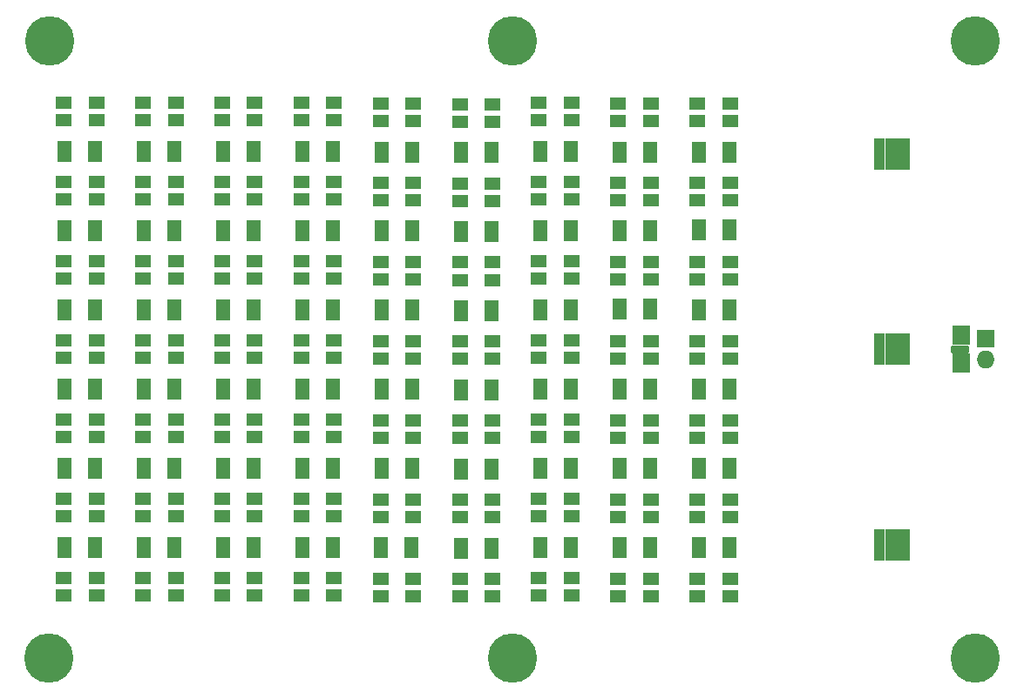
<source format=gbr>
G04 #@! TF.FileFunction,Soldermask,Top*
%FSLAX46Y46*%
G04 Gerber Fmt 4.6, Leading zero omitted, Abs format (unit mm)*
G04 Created by KiCad (PCBNEW 4.0.7) date Sun Apr  1 16:38:54 2018*
%MOMM*%
%LPD*%
G01*
G04 APERTURE LIST*
%ADD10C,0.100000*%
%ADD11R,1.400000X2.000000*%
%ADD12C,4.800000*%
%ADD13R,1.100000X3.100000*%
%ADD14R,1.400000X3.100000*%
%ADD15R,1.600000X1.250000*%
%ADD16R,1.750000X1.750000*%
%ADD17O,1.750000X1.750000*%
%ADD18R,1.700000X1.900000*%
%ADD19C,0.254000*%
G04 APERTURE END LIST*
D10*
D11*
X99491858Y-64508092D03*
X102491858Y-64508092D03*
X94791858Y-64458092D03*
X91791858Y-64458092D03*
X84091858Y-41358092D03*
X87091858Y-41358092D03*
X99491858Y-72208092D03*
X102491858Y-72208092D03*
X84091858Y-64458092D03*
X87091858Y-64458092D03*
X84091858Y-56758092D03*
X87091858Y-56758092D03*
X79391858Y-72158092D03*
X76391858Y-72158092D03*
X79391858Y-56758092D03*
X76391858Y-56758092D03*
X79391858Y-64458092D03*
X76391858Y-64458092D03*
X84091858Y-49058092D03*
X87091858Y-49058092D03*
X110191858Y-64558092D03*
X107191858Y-64558092D03*
X68691858Y-41358092D03*
X71691858Y-41358092D03*
X110191858Y-56858092D03*
X107191858Y-56858092D03*
X79391858Y-79858092D03*
X76391858Y-79858092D03*
X84091858Y-72158092D03*
X87091858Y-72158092D03*
X94791858Y-49058092D03*
X91791858Y-49058092D03*
X99491858Y-41408092D03*
X102491858Y-41408092D03*
X68691858Y-72158092D03*
X71691858Y-72158092D03*
X79391858Y-49058092D03*
X76391858Y-49058092D03*
X68691858Y-56758092D03*
X71691858Y-56758092D03*
X110191858Y-72258092D03*
X107191858Y-72258092D03*
X68691858Y-64458092D03*
X71691858Y-64458092D03*
X125591858Y-56708092D03*
X122591858Y-56708092D03*
X94791858Y-72158092D03*
X91791858Y-72158092D03*
X114891858Y-41358092D03*
X117891858Y-41358092D03*
X94791858Y-56758092D03*
X91791858Y-56758092D03*
X99491858Y-49108092D03*
X102491858Y-49108092D03*
X114891858Y-49058092D03*
X117891858Y-49058092D03*
X99491858Y-56808092D03*
X102491858Y-56808092D03*
X68691858Y-49058092D03*
X71691858Y-49058092D03*
X114891858Y-56758092D03*
X117891858Y-56758092D03*
X125591858Y-64508092D03*
X122591858Y-64508092D03*
X110191858Y-79958092D03*
X107191858Y-79958092D03*
X125591858Y-49108092D03*
X122591858Y-49108092D03*
X94791858Y-79858092D03*
X91791858Y-79858092D03*
X114891858Y-64458092D03*
X117891858Y-64458092D03*
X114891858Y-72158092D03*
X117891858Y-72158092D03*
X125591858Y-72208092D03*
X122591858Y-72208092D03*
X110191858Y-49158092D03*
X107191858Y-49158092D03*
X125591858Y-79908092D03*
X122591858Y-79908092D03*
X130291858Y-41408092D03*
X133291858Y-41408092D03*
X130291858Y-49008092D03*
X133291858Y-49008092D03*
X130291858Y-56808092D03*
X133291858Y-56808092D03*
X130291858Y-64508092D03*
X133291858Y-64508092D03*
X130291858Y-72208092D03*
X133291858Y-72208092D03*
X79391858Y-41358092D03*
X76391858Y-41358092D03*
X94791858Y-41358092D03*
X91791858Y-41358092D03*
X110191858Y-41458092D03*
X107191858Y-41458092D03*
X125591858Y-41408092D03*
X122591858Y-41408092D03*
X130291858Y-79908092D03*
X133291858Y-79908092D03*
X114891858Y-79858092D03*
X117891858Y-79858092D03*
X99391858Y-79908092D03*
X102391858Y-79908092D03*
X84091858Y-79858092D03*
X87091858Y-79858092D03*
X68691858Y-79858092D03*
X71691858Y-79858092D03*
D12*
X112200000Y-90600000D03*
X67225000Y-30625000D03*
X157175000Y-30600000D03*
X157200000Y-90600000D03*
X112200000Y-30600000D03*
X67200000Y-90600000D03*
D13*
X150300000Y-79600000D03*
D14*
X149100000Y-79600000D03*
D13*
X147900000Y-79600000D03*
X150300000Y-60600000D03*
D14*
X149100000Y-60600000D03*
D13*
X147900000Y-60600000D03*
X150300000Y-41600000D03*
D14*
X149100000Y-41600000D03*
D13*
X147900000Y-41600000D03*
D15*
X125691858Y-44408092D03*
X125691858Y-46108092D03*
X122491858Y-46108092D03*
X122491858Y-44408092D03*
X125691858Y-52108092D03*
X125691858Y-53808092D03*
X122491858Y-53808092D03*
X122491858Y-52108092D03*
X125691858Y-59808092D03*
X125691858Y-61508092D03*
X122491858Y-61508092D03*
X122491858Y-59808092D03*
X125691858Y-67508092D03*
X125691858Y-69208092D03*
X122491858Y-69208092D03*
X122491858Y-67508092D03*
X125691858Y-75208092D03*
X125691858Y-76908092D03*
X122491858Y-76908092D03*
X122491858Y-75208092D03*
X125691858Y-82908092D03*
X125691858Y-84608092D03*
X122491858Y-84608092D03*
X122491858Y-82908092D03*
X114791858Y-76858092D03*
X114791858Y-75158092D03*
X117991858Y-75158092D03*
X117991858Y-76858092D03*
X114791858Y-69158092D03*
X114791858Y-67458092D03*
X117991858Y-67458092D03*
X117991858Y-69158092D03*
X114791858Y-61458092D03*
X114791858Y-59758092D03*
X117991858Y-59758092D03*
X117991858Y-61458092D03*
X114791858Y-53758092D03*
X114791858Y-52058092D03*
X117991858Y-52058092D03*
X117991858Y-53758092D03*
X114791858Y-46058092D03*
X114791858Y-44358092D03*
X117991858Y-44358092D03*
X117991858Y-46058092D03*
X114791858Y-38358092D03*
X114791858Y-36658092D03*
X117991858Y-36658092D03*
X117991858Y-38358092D03*
X110291858Y-44458092D03*
X110291858Y-46158092D03*
X107091858Y-46158092D03*
X107091858Y-44458092D03*
X110291858Y-52158092D03*
X110291858Y-53858092D03*
X107091858Y-53858092D03*
X107091858Y-52158092D03*
X110291858Y-59858092D03*
X110291858Y-61558092D03*
X107091858Y-61558092D03*
X107091858Y-59858092D03*
X110291858Y-67558092D03*
X110291858Y-69258092D03*
X107091858Y-69258092D03*
X107091858Y-67558092D03*
X110291858Y-75258092D03*
X110291858Y-76958092D03*
X107091858Y-76958092D03*
X107091858Y-75258092D03*
X110291858Y-82958092D03*
X110291858Y-84658092D03*
X107091858Y-84658092D03*
X107091858Y-82958092D03*
X99391858Y-76908092D03*
X99391858Y-75208092D03*
X102591858Y-75208092D03*
X102591858Y-76908092D03*
X99391858Y-69208092D03*
X99391858Y-67508092D03*
X102591858Y-67508092D03*
X102591858Y-69208092D03*
X99391858Y-61508092D03*
X99391858Y-59808092D03*
X102591858Y-59808092D03*
X102591858Y-61508092D03*
X99391858Y-53808092D03*
X99391858Y-52108092D03*
X102591858Y-52108092D03*
X102591858Y-53808092D03*
X99391858Y-46108092D03*
X99391858Y-44408092D03*
X102591858Y-44408092D03*
X102591858Y-46108092D03*
X99391858Y-38408092D03*
X99391858Y-36708092D03*
X102591858Y-36708092D03*
X102591858Y-38408092D03*
X94891858Y-44358092D03*
X94891858Y-46058092D03*
X91691858Y-46058092D03*
X91691858Y-44358092D03*
X94891858Y-52058092D03*
X94891858Y-53758092D03*
X91691858Y-53758092D03*
X91691858Y-52058092D03*
X94891858Y-59758092D03*
X94891858Y-61458092D03*
X91691858Y-61458092D03*
X91691858Y-59758092D03*
X94891858Y-67458092D03*
X94891858Y-69158092D03*
X91691858Y-69158092D03*
X91691858Y-67458092D03*
X94891858Y-75158092D03*
X94891858Y-76858092D03*
X91691858Y-76858092D03*
X91691858Y-75158092D03*
X94891858Y-82858092D03*
X94891858Y-84558092D03*
X91691858Y-84558092D03*
X91691858Y-82858092D03*
X83991858Y-76858092D03*
X83991858Y-75158092D03*
X87191858Y-75158092D03*
X87191858Y-76858092D03*
X83991858Y-69158092D03*
X83991858Y-67458092D03*
X87191858Y-67458092D03*
X87191858Y-69158092D03*
X83991858Y-61458092D03*
X83991858Y-59758092D03*
X87191858Y-59758092D03*
X87191858Y-61458092D03*
X83991858Y-53758092D03*
X83991858Y-52058092D03*
X87191858Y-52058092D03*
X87191858Y-53758092D03*
X83991858Y-46058092D03*
X83991858Y-44358092D03*
X87191858Y-44358092D03*
X87191858Y-46058092D03*
X83991858Y-38358092D03*
X83991858Y-36658092D03*
X87191858Y-36658092D03*
X87191858Y-38358092D03*
X79491858Y-44358092D03*
X79491858Y-46058092D03*
X76291858Y-46058092D03*
X76291858Y-44358092D03*
X79491858Y-52058092D03*
X79491858Y-53758092D03*
X76291858Y-53758092D03*
X76291858Y-52058092D03*
X79491858Y-59758092D03*
X79491858Y-61458092D03*
X76291858Y-61458092D03*
X76291858Y-59758092D03*
X79491858Y-67458092D03*
X79491858Y-69158092D03*
X76291858Y-69158092D03*
X76291858Y-67458092D03*
X79491858Y-75158092D03*
X79491858Y-76858092D03*
X76291858Y-76858092D03*
X76291858Y-75158092D03*
X79491858Y-82858092D03*
X79491858Y-84558092D03*
X76291858Y-84558092D03*
X76291858Y-82858092D03*
X68591858Y-76858092D03*
X68591858Y-75158092D03*
X71791858Y-75158092D03*
X71791858Y-76858092D03*
X68591858Y-69158092D03*
X68591858Y-67458092D03*
X71791858Y-67458092D03*
X71791858Y-69158092D03*
X68591858Y-61458092D03*
X68591858Y-59758092D03*
X71791858Y-59758092D03*
X71791858Y-61458092D03*
X68591858Y-53758092D03*
X68591858Y-52058092D03*
X71791858Y-52058092D03*
X71791858Y-53758092D03*
X68591858Y-46058092D03*
X68591858Y-44358092D03*
X71791858Y-44358092D03*
X71791858Y-46058092D03*
X68591858Y-38358092D03*
X68591858Y-36658092D03*
X71791858Y-36658092D03*
X71791858Y-38358092D03*
X130191858Y-76908092D03*
X130191858Y-75208092D03*
X133391858Y-75208092D03*
X133391858Y-76908092D03*
X130191858Y-69208092D03*
X130191858Y-67508092D03*
X133391858Y-67508092D03*
X133391858Y-69208092D03*
X130191858Y-61508092D03*
X130191858Y-59808092D03*
X133391858Y-59808092D03*
X133391858Y-61508092D03*
X130191858Y-53808092D03*
X130191858Y-52108092D03*
X133391858Y-52108092D03*
X133391858Y-53808092D03*
X130191858Y-46108092D03*
X130191858Y-44408092D03*
X133391858Y-44408092D03*
X133391858Y-46108092D03*
X130191858Y-38408092D03*
X130191858Y-36708092D03*
X133391858Y-36708092D03*
X133391858Y-38408092D03*
X130191858Y-84608092D03*
X130191858Y-82908092D03*
X133391858Y-82908092D03*
X133391858Y-84608092D03*
X125691858Y-36708092D03*
X125691858Y-38408092D03*
X122491858Y-38408092D03*
X122491858Y-36708092D03*
X114791858Y-84558092D03*
X114791858Y-82858092D03*
X117991858Y-82858092D03*
X117991858Y-84558092D03*
X110291858Y-36758092D03*
X110291858Y-38458092D03*
X107091858Y-38458092D03*
X107091858Y-36758092D03*
X99391858Y-84608092D03*
X99391858Y-82908092D03*
X102591858Y-82908092D03*
X102591858Y-84608092D03*
X94891858Y-36658092D03*
X94891858Y-38358092D03*
X91691858Y-38358092D03*
X91691858Y-36658092D03*
X83991858Y-84558092D03*
X83991858Y-82858092D03*
X87191858Y-82858092D03*
X87191858Y-84558092D03*
X79491858Y-36658092D03*
X79491858Y-38358092D03*
X76291858Y-38358092D03*
X76291858Y-36658092D03*
X68591858Y-84558092D03*
X68591858Y-82858092D03*
X71791858Y-82858092D03*
X71791858Y-84558092D03*
D16*
X158200000Y-59600000D03*
D17*
X158200000Y-61600000D03*
D18*
X155800000Y-59250000D03*
X155800000Y-61950000D03*
D19*
G36*
X156422302Y-60873000D02*
X154876302Y-60873000D01*
X154876302Y-60327000D01*
X156422302Y-60327000D01*
X156422302Y-60873000D01*
X156422302Y-60873000D01*
G37*
X156422302Y-60873000D02*
X154876302Y-60873000D01*
X154876302Y-60327000D01*
X156422302Y-60327000D01*
X156422302Y-60873000D01*
M02*

</source>
